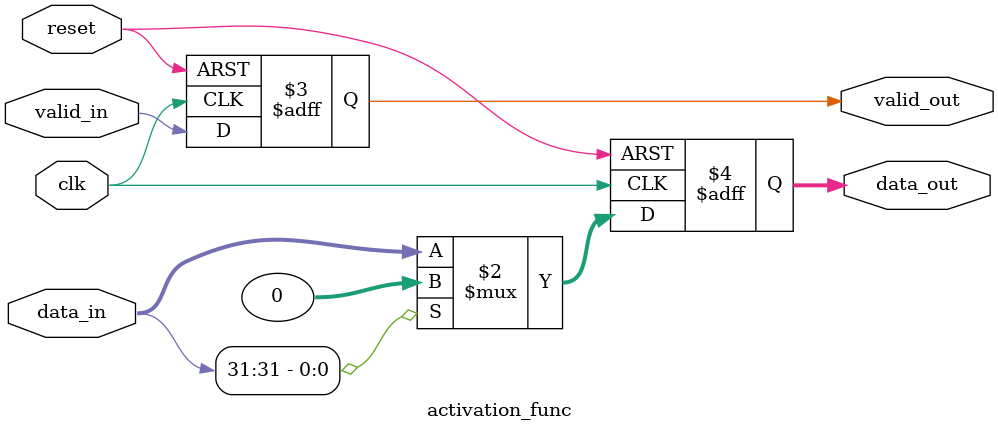
<source format=v>
`timescale 1ns / 1ps
module activation_func #(
    parameter [1:0] DEFAULT_ACT = 2'b01
) (
    input  wire        clk,
    input  wire        reset,
    input  wire        valid_in,
    input  wire signed [31:0] data_in,
    output reg         valid_out,
    output reg signed [31:0] data_out
);

    always @(posedge clk or posedge reset) begin
        if (reset) begin
            valid_out <= 1'b0;
            data_out  <= 32'sd0;
        end else begin
            valid_out <= valid_in;
            case (DEFAULT_ACT)
                2'b00: data_out <= data_in;                          // passthrough
                2'b01: data_out <= data_in[31] ? 32'sd0 : data_in;   // ReLU
                2'b10: begin                                         // ReLU6 (clamp to 6)
                    if (data_in[31])       data_out <= 32'sd0;
                    else if (data_in > 32'sd6) data_out <= 32'sd6;
                    else                   data_out <= data_in;
                end
                default: data_out <= data_in;
            endcase
        end
    end
endmodule


</source>
